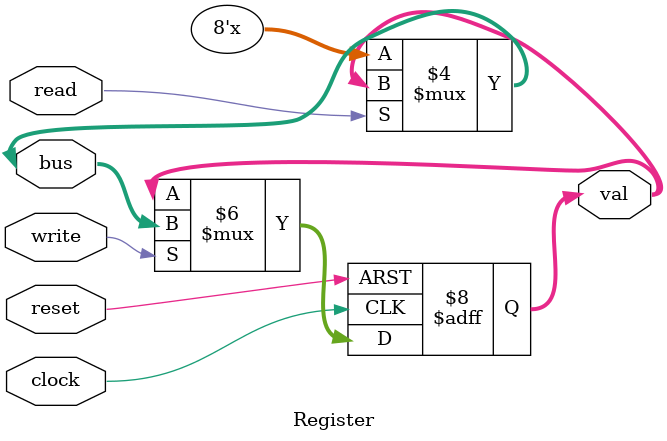
<source format=sv>
`default_nettype none

module Register(
  inout tri [7:0] bus,
  output logic [7:0] val,
  input logic clock, reset,
  input logic write, read // control signals
);

  always_ff @(posedge clock, posedge reset)
    if (reset)
      val <= '0;
    else if (write)
      val <= bus;
  
  always_comb
    if (read)
      bus = val;
    else
      bus = 'z;

endmodule
</source>
